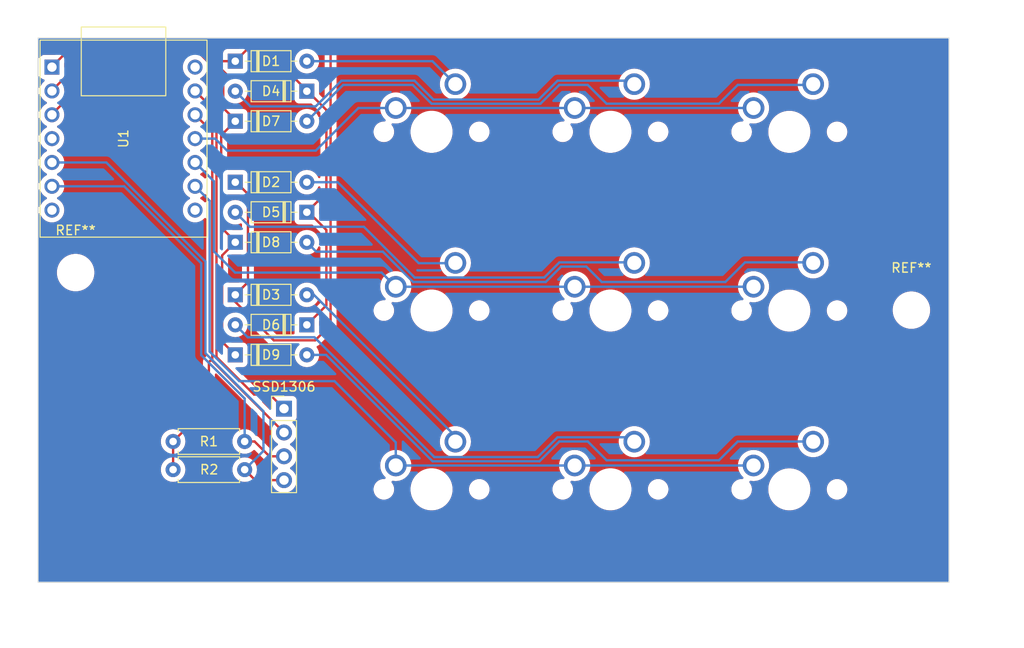
<source format=kicad_pcb>
(kicad_pcb (version 20240108) (generator "pcbnew") (generator_version "8.0")
  (layers (0 "F.Cu" signal) (31 "B.Cu" signal) (34 "B.Paste" user) (35 "F.Paste" user) (36 "B.SilkS" user "B.Silkscreen") (37 "F.SilkS" user "F.Silkscreen") (38 "B.Mask" user) (39 "F.Mask" user) (44 "Edge.Cuts" user))
  (net 0 "")
  (net 1 "column 0")
  (net 2 "Net-(D1-A)")
  (net 3 "Net-(D2-A)")
  (net 4 "Net-(D3-A)")
  (net 5 "column 1")
  (net 6 "Net-(D4-A)")
  (net 7 "Net-(D5-A)")
  (net 8 "Net-(D6-A)")
  (net 9 "column 2")
  (net 10 "Net-(D7-A)")
  (net 11 "Net-(D8-A)")
  (net 12 "Net-(SSD1306-Pin_3)")
  (net 13 "Net-(SSD1306-Pin_2)")
  (net 14 "Net-(SSD1306-Pin_4)")
  (net 15 "GND")
  (net 16 "Net-(U1-PA5_A9_D9_MISO)")
  (net 17 "Net-(U1-PA7_A8_D8_SCK)")
  (net 18 "Net-(U1-PA6_A10_D10_MOSI)")
  (net 23 "Net-(D9-A)")
  (footprint "MX_Solderable:MX-Solderable-1U" (layer "F.Cu") (at 76.95 63.1)
    (property "Reference" "SW6")
    (property "Value" "SW_Push")
    (pad "" np_thru_hole circle (at -5.08 0 48.099) (size 1.7018 1.7018) (drill 1.7018) (layers "F&B.Cu" "*.Mask"))
    (pad "" np_thru_hole circle (at 0 0) (size 3.9878 3.9878) (drill 3.9878) (layers "*.Cu" "*.Mask"))
    (pad "" np_thru_hole circle (at 5.08 0 48.099) (size 1.7018 1.7018) (drill 1.7018) (layers "F&B.Cu" "*.Mask"))
    (pad "1" thru_hole circle (at -3.81 -2.54) (size 2.3 2.3) (drill 1.524) (layers "*.Cu" "B.Mask") (net 17 "Net-(U1-PA7_A8_D8_SCK)"))
    (pad "2" thru_hole circle (at 2.54 -5.08) (size 2.3 2.3) (drill 1.524) (layers "*.Cu" "B.Mask") (net 8 "Net-(D6-A)"))
  )
  (footprint "Diode_THT:D_DO-35_SOD27_P7.62mm_Horizontal" (layer "F.Cu") (at 37 42.37)
    (property "Reference" "D3" (at 3.81 0 0) (layer "F.SilkS"))
    (property "Value" "1N4148")
    (fp_line (start 1.04 0) (end 1.69 0) (stroke (width 0.12)) (layer "F.SilkS"))
    (fp_line (start 1.69 -1.12) (end 1.69 1.12) (stroke (width 0.12)) (layer "F.SilkS"))
    (fp_line (start 1.69 1.12) (end 5.93 1.12) (stroke (width 0.12)) (layer "F.SilkS"))
    (fp_line (start 2.29 -1.12) (end 2.29 1.12) (stroke (width 0.12)) (layer "F.SilkS"))
    (fp_line (start 2.41 -1.12) (end 2.41 1.12) (stroke (width 0.12)) (layer "F.SilkS"))
    (fp_line (start 2.53 -1.12) (end 2.53 1.12) (stroke (width 0.12)) (layer "F.SilkS"))
    (fp_line (start 5.93 -1.12) (end 1.69 -1.12) (stroke (width 0.12)) (layer "F.SilkS"))
    (fp_line (start 5.93 1.12) (end 5.93 -1.12) (stroke (width 0.12)) (layer "F.SilkS"))
    (fp_line (start 6.58 0) (end 5.93 0) (stroke (width 0.12)) (layer "F.SilkS"))
    (pad "1" thru_hole rect (at 0 0) (size 1.6 1.6) (drill 0.8) (layers "*.Cu" "*.Mask") (net 1 "column 0"))
    (pad "2" thru_hole oval (at 7.62 0) (size 1.6 1.6) (drill 0.8) (layers "*.Cu" "*.Mask") (net 4 "Net-(D3-A)"))
  )
  (footprint "MX_Solderable:MX-Solderable-1U" (layer "F.Cu") (at 57.9 25)
    (property "Reference" "SW1")
    (property "Value" "SW_Push")
    (pad "" np_thru_hole circle (at -5.08 0 48.099) (size 1.7018 1.7018) (drill 1.7018) (layers "F&B.Cu" "*.Mask"))
    (pad "" np_thru_hole circle (at 0 0) (size 3.9878 3.9878) (drill 3.9878) (layers "*.Cu" "*.Mask"))
    (pad "" np_thru_hole circle (at 5.08 0 48.099) (size 1.7018 1.7018) (drill 1.7018) (layers "F&B.Cu" "*.Mask"))
    (pad "1" thru_hole circle (at -3.81 -2.54) (size 2.3 2.3) (drill 1.524) (layers "*.Cu" "B.Mask") (net 18 "Net-(U1-PA6_A10_D10_MOSI)"))
    (pad "2" thru_hole circle (at 2.54 -5.08) (size 2.3 2.3) (drill 1.524) (layers "*.Cu" "B.Mask") (net 2 "Net-(D1-A)"))
  )
  (footprint "Diode_THT:D_DO-35_SOD27_P7.62mm_Horizontal" (layer "F.Cu") (at 37 30.37)
    (property "Reference" "D2" (at 3.81 0 0) (layer "F.SilkS"))
    (property "Value" "1N4148")
    (fp_line (start 1.04 0) (end 1.69 0) (stroke (width 0.12)) (layer "F.SilkS"))
    (fp_line (start 1.69 -1.12) (end 1.69 1.12) (stroke (width 0.12)) (layer "F.SilkS"))
    (fp_line (start 1.69 1.12) (end 5.93 1.12) (stroke (width 0.12)) (layer "F.SilkS"))
    (fp_line (start 2.29 -1.12) (end 2.29 1.12) (stroke (width 0.12)) (layer "F.SilkS"))
    (fp_line (start 2.41 -1.12) (end 2.41 1.12) (stroke (width 0.12)) (layer "F.SilkS"))
    (fp_line (start 2.53 -1.12) (end 2.53 1.12) (stroke (width 0.12)) (layer "F.SilkS"))
    (fp_line (start 5.93 -1.12) (end 1.69 -1.12) (stroke (width 0.12)) (layer "F.SilkS"))
    (fp_line (start 5.93 1.12) (end 5.93 -1.12) (stroke (width 0.12)) (layer "F.SilkS"))
    (fp_line (start 6.58 0) (end 5.93 0) (stroke (width 0.12)) (layer "F.SilkS"))
    (pad "1" thru_hole rect (at 0 0) (size 1.6 1.6) (drill 0.8) (layers "*.Cu" "*.Mask") (net 1 "column 0"))
    (pad "2" thru_hole oval (at 7.62 0) (size 1.6 1.6) (drill 0.8) (layers "*.Cu" "*.Mask") (net 3 "Net-(D2-A)"))
  )
  (footprint "Diode_THT:D_DO-35_SOD27_P7.62mm_Horizontal" (layer "F.Cu") (at 44.62 20.67 180)
    (property "Reference" "D4" (at 3.81 0 0) (layer "F.SilkS"))
    (property "Value" "1N4148")
    (fp_line (start 6.58 0) (end 5.93 0) (stroke (width 0.12)) (layer "F.SilkS"))
    (fp_line (start 5.93 1.12) (end 5.93 -1.12) (stroke (width 0.12)) (layer "F.SilkS"))
    (fp_line (start 5.93 -1.12) (end 1.69 -1.12) (stroke (width 0.12)) (layer "F.SilkS"))
    (fp_line (start 2.53 -1.12) (end 2.53 1.12) (stroke (width 0.12)) (layer "F.SilkS"))
    (fp_line (start 2.41 -1.12) (end 2.41 1.12) (stroke (width 0.12)) (layer "F.SilkS"))
    (fp_line (start 2.29 -1.12) (end 2.29 1.12) (stroke (width 0.12)) (layer "F.SilkS"))
    (fp_line (start 1.69 1.12) (end 5.93 1.12) (stroke (width 0.12)) (layer "F.SilkS"))
    (fp_line (start 1.69 -1.12) (end 1.69 1.12) (stroke (width 0.12)) (layer "F.SilkS"))
    (fp_line (start 1.04 0) (end 1.69 0) (stroke (width 0.12)) (layer "F.SilkS"))
    (pad "1" thru_hole rect (at 0 0 180) (size 1.6 1.6) (drill 0.8) (layers "*.Cu" "*.Mask") (net 5 "column 1"))
    (pad "2" thru_hole oval (at 7.62 0 180) (size 1.6 1.6) (drill 0.8) (layers "*.Cu" "*.Mask") (net 6 "Net-(D4-A)"))
  )
  (footprint "MX_Solderable:MX-Solderable-1U" (layer "F.Cu") (at 96 25)
    (property "Reference" "SW7")
    (property "Value" "SW_Push")
    (pad "" np_thru_hole circle (at -5.08 0 48.099) (size 1.7018 1.7018) (drill 1.7018) (layers "F&B.Cu" "*.Mask"))
    (pad "" np_thru_hole circle (at 0 0) (size 3.9878 3.9878) (drill 3.9878) (layers "*.Cu" "*.Mask"))
    (pad "" np_thru_hole circle (at 5.08 0 48.099) (size 1.7018 1.7018) (drill 1.7018) (layers "F&B.Cu" "*.Mask"))
    (pad "1" thru_hole circle (at -3.81 -2.54) (size 2.3 2.3) (drill 1.524) (layers "*.Cu" "B.Mask") (net 18 "Net-(U1-PA6_A10_D10_MOSI)"))
    (pad "2" thru_hole circle (at 2.54 -5.08) (size 2.3 2.3) (drill 1.524) (layers "*.Cu" "B.Mask") (net 10 "Net-(D7-A)"))
  )
  (footprint "Diode_THT:D_DO-35_SOD27_P7.62mm_Horizontal" (layer "F.Cu") (at 44.62 45.57 180)
    (property "Reference" "D6" (at 3.81 0 0) (layer "F.SilkS"))
    (property "Value" "1N4148")
    (fp_line (start 6.58 0) (end 5.93 0) (stroke (width 0.12)) (layer "F.SilkS"))
    (fp_line (start 5.93 1.12) (end 5.93 -1.12) (stroke (width 0.12)) (layer "F.SilkS"))
    (fp_line (start 5.93 -1.12) (end 1.69 -1.12) (stroke (width 0.12)) (layer "F.SilkS"))
    (fp_line (start 2.53 -1.12) (end 2.53 1.12) (stroke (width 0.12)) (layer "F.SilkS"))
    (fp_line (start 2.41 -1.12) (end 2.41 1.12) (stroke (width 0.12)) (layer "F.SilkS"))
    (fp_line (start 2.29 -1.12) (end 2.29 1.12) (stroke (width 0.12)) (layer "F.SilkS"))
    (fp_line (start 1.69 1.12) (end 5.93 1.12) (stroke (width 0.12)) (layer "F.SilkS"))
    (fp_line (start 1.69 -1.12) (end 1.69 1.12) (stroke (width 0.12)) (layer "F.SilkS"))
    (fp_line (start 1.04 0) (end 1.69 0) (stroke (width 0.12)) (layer "F.SilkS"))
    (pad "1" thru_hole rect (at 0 0 180) (size 1.6 1.6) (drill 0.8) (layers "*.Cu" "*.Mask") (net 5 "column 1"))
    (pad "2" thru_hole oval (at 7.62 0 180) (size 1.6 1.6) (drill 0.8) (layers "*.Cu" "*.Mask") (net 8 "Net-(D6-A)"))
  )
  (footprint "MX_Solderable:MX-Solderable-1U" (layer "F.Cu") (at 57.9 44.05)
    (property "Reference" "SW2")
    (property "Value" "SW_Push")
    (pad "" np_thru_hole circle (at -5.08 0 48.099) (size 1.7018 1.7018) (drill 1.7018) (layers "F&B.Cu" "*.Mask"))
    (pad "" np_thru_hole circle (at 0 0) (size 3.9878 3.9878) (drill 3.9878) (layers "*.Cu" "*.Mask"))
    (pad "" np_thru_hole circle (at 5.08 0 48.099) (size 1.7018 1.7018) (drill 1.7018) (layers "F&B.Cu" "*.Mask"))
    (pad "1" thru_hole circle (at -3.81 -2.54) (size 2.3 2.3) (drill 1.524) (layers "*.Cu" "B.Mask") (net 16 "Net-(U1-PA5_A9_D9_MISO)"))
    (pad "2" thru_hole circle (at 2.54 -5.08) (size 2.3 2.3) (drill 1.524) (layers "*.Cu" "B.Mask") (net 3 "Net-(D2-A)"))
  )
  (footprint "MX_Solderable:MX-Solderable-1U" (layer "F.Cu") (at 76.95 44.05)
    (property "Reference" "SW5")
    (property "Value" "SW_Push")
    (pad "" np_thru_hole circle (at -5.08 0 48.099) (size 1.7018 1.7018) (drill 1.7018) (layers "F&B.Cu" "*.Mask"))
    (pad "" np_thru_hole circle (at 0 0) (size 3.9878 3.9878) (drill 3.9878) (layers "*.Cu" "*.Mask"))
    (pad "" np_thru_hole circle (at 5.08 0 48.099) (size 1.7018 1.7018) (drill 1.7018) (layers "F&B.Cu" "*.Mask"))
    (pad "1" thru_hole circle (at -3.81 -2.54) (size 2.3 2.3) (drill 1.524) (layers "*.Cu" "B.Mask") (net 16 "Net-(U1-PA5_A9_D9_MISO)"))
    (pad "2" thru_hole circle (at 2.54 -5.08) (size 2.3 2.3) (drill 1.524) (layers "*.Cu" "B.Mask") (net 7 "Net-(D5-A)"))
  )
  (footprint "MountingHole:MountingHole_3.5mm" (layer "F.Cu") (at 20 40)
    (property "Reference" "REF**" (at 0 -4.5 0) (layer "F.SilkS"))
    (property "Value" "MountingHole_3.5mm")
    (pad "" np_thru_hole circle (at 0 0) (size 3.5 3.5) (drill 3.5) (layers "*.Cu" "*.Mask"))
  )
  (footprint "Diode_THT:D_DO-35_SOD27_P7.62mm_Horizontal" (layer "F.Cu") (at 37 36.77)
    (property "Reference" "D8" (at 3.81 0 0) (layer "F.SilkS"))
    (property "Value" "1N4148")
    (fp_line (start 1.04 0) (end 1.69 0) (stroke (width 0.12)) (layer "F.SilkS"))
    (fp_line (start 1.69 -1.12) (end 1.69 1.12) (stroke (width 0.12)) (layer "F.SilkS"))
    (fp_line (start 1.69 1.12) (end 5.93 1.12) (stroke (width 0.12)) (layer "F.SilkS"))
    (fp_line (start 2.29 -1.12) (end 2.29 1.12) (stroke (width 0.12)) (layer "F.SilkS"))
    (fp_line (start 2.41 -1.12) (end 2.41 1.12) (stroke (width 0.12)) (layer "F.SilkS"))
    (fp_line (start 2.53 -1.12) (end 2.53 1.12) (stroke (width 0.12)) (layer "F.SilkS"))
    (fp_line (start 5.93 -1.12) (end 1.69 -1.12) (stroke (width 0.12)) (layer "F.SilkS"))
    (fp_line (start 5.93 1.12) (end 5.93 -1.12) (stroke (width 0.12)) (layer "F.SilkS"))
    (fp_line (start 6.58 0) (end 5.93 0) (stroke (width 0.12)) (layer "F.SilkS"))
    (pad "1" thru_hole rect (at 0 0) (size 1.6 1.6) (drill 0.8) (layers "*.Cu" "*.Mask") (net 9 "column 2"))
    (pad "2" thru_hole oval (at 7.62 0) (size 1.6 1.6) (drill 0.8) (layers "*.Cu" "*.Mask") (net 11 "Net-(D8-A)"))
  )
  (footprint "Resistor_THT:R_Axial_DIN0207_L6.3mm_D2.5mm_P7.62mm_Horizontal" (layer "F.Cu") (at 38 58 180)
    (property "Reference" "R1" (at 3.81 0 0) (layer "F.SilkS"))
    (property "Value" "4.7 kΩ")
    (fp_line (start 7.08 1.37) (end 7.08 1.04) (stroke (width 0.12)) (layer "F.SilkS"))
    (fp_line (start 7.08 -1.37) (end 7.08 -1.04) (stroke (width 0.12)) (layer "F.SilkS"))
    (fp_line (start 0.54 1.37) (end 7.08 1.37) (stroke (width 0.12)) (layer "F.SilkS"))
    (fp_line (start 0.54 1.04) (end 0.54 1.37) (stroke (width 0.12)) (layer "F.SilkS"))
    (fp_line (start 0.54 -1.04) (end 0.54 -1.37) (stroke (width 0.12)) (layer "F.SilkS"))
    (fp_line (start 0.54 -1.37) (end 7.08 -1.37) (stroke (width 0.12)) (layer "F.SilkS"))
    (pad "1" thru_hole circle (at 0 0 180) (size 1.6 1.6) (drill 0.8) (layers "*.Cu" "*.Mask") (net 12 "Net-(SSD1306-Pin_3)"))
    (pad "2" thru_hole oval (at 7.62 0 180) (size 1.6 1.6) (drill 0.8) (layers "*.Cu" "*.Mask") (net 13 "Net-(SSD1306-Pin_2)"))
  )
  (footprint "MX_Solderable:MX-Solderable-1U" (layer "F.Cu") (at 96 44.05)
    (property "Reference" "SW8")
    (property "Value" "SW_Push")
    (pad "" np_thru_hole circle (at -5.08 0 48.099) (size 1.7018 1.7018) (drill 1.7018) (layers "F&B.Cu" "*.Mask"))
    (pad "" np_thru_hole circle (at 0 0) (size 3.9878 3.9878) (drill 3.9878) (layers "F&B.Cu" "*.Mask"))
    (pad "" np_thru_hole circle (at 5.08 0 48.099) (size 1.7018 1.7018) (drill 1.7018) (layers "F&B.Cu" "*.Mask"))
    (pad "1" thru_hole circle (at -3.81 -2.54) (size 2.3 2.3) (drill 1.524) (layers "*.Cu" "B.Mask") (net 16 "Net-(U1-PA5_A9_D9_MISO)"))
    (pad "2" thru_hole circle (at 2.54 -5.08) (size 2.3 2.3) (drill 1.524) (layers "*.Cu" "B.Mask") (net 11 "Net-(D8-A)"))
  )
  (footprint "Connector_PinHeader_2.54mm:PinHeader_1x04_P2.54mm_Vertical" (layer "F.Cu") (at 42.19 54.5)
    (property "Reference" "SSD1306" (at 0 -2.33 0) (layer "F.SilkS"))
    (property "Value" "Conn_01x04")
    (fp_line (start -1.33 -1.33) (end 0 -1.33) (stroke (width 0.12)) (layer "F.SilkS"))
    (fp_line (start -1.33 0) (end -1.33 -1.33) (stroke (width 0.12)) (layer "F.SilkS"))
    (fp_line (start -1.33 1.27) (end -1.33 8.95) (stroke (width 0.12)) (layer "F.SilkS"))
    (fp_line (start -1.33 1.27) (end 1.33 1.27) (stroke (width 0.12)) (layer "F.SilkS"))
    (fp_line (start -1.33 8.95) (end 1.33 8.95) (stroke (width 0.12)) (layer "F.SilkS"))
    (fp_line (start 1.33 1.27) (end 1.33 8.95) (stroke (width 0.12)) (layer "F.SilkS"))
    (pad "1" thru_hole rect (at 0 0) (size 1.7 1.7) (drill 1) (layers "*.Cu" "*.Mask") (net 15 "GND"))
    (pad "2" thru_hole oval (at 0 2.54) (size 1.7 1.7) (drill 1) (layers "*.Cu" "*.Mask") (net 13 "Net-(SSD1306-Pin_2)"))
    (pad "3" thru_hole oval (at 0 5.08) (size 1.7 1.7) (drill 1) (layers "*.Cu" "*.Mask") (net 12 "Net-(SSD1306-Pin_3)"))
    (pad "4" thru_hole oval (at 0 7.62) (size 1.7 1.7) (drill 1) (layers "*.Cu" "*.Mask") (net 14 "Net-(SSD1306-Pin_4)"))
  )
  (footprint "MX_Solderable:MX-Solderable-1U" (layer "F.Cu") (at 96 63.1)
    (property "Reference" "SW9")
    (property "Value" "SW_Push")
    (pad "" np_thru_hole circle (at -5.08 0 48.099) (size 1.7018 1.7018) (drill 1.7018) (layers "F&B.Cu" "*.Mask"))
    (pad "" np_thru_hole circle (at 0 0) (size 3.9878 3.9878) (drill 3.9878) (layers "*.Cu" "*.Mask"))
    (pad "" np_thru_hole circle (at 5.08 0 48.099) (size 1.7018 1.7018) (drill 1.7018) (layers "F&B.Cu" "*.Mask"))
    (pad "1" thru_hole circle (at -3.81 -2.54) (size 2.3 2.3) (drill 1.524) (layers "*.Cu" "B.Mask") (net 17 "Net-(U1-PA7_A8_D8_SCK)"))
    (pad "2" thru_hole circle (at 2.54 -5.08) (size 2.3 2.3) (drill 1.524) (layers "*.Cu" "B.Mask") (net 23 "Net-(D9-A)"))
  )
  (footprint "MX_Solderable:MX-Solderable-1U" (layer "F.Cu") (at 76.95 25)
    (property "Reference" "SW4")
    (property "Value" "SW_Push")
    (pad "" np_thru_hole circle (at -5.08 0 48.099) (size 1.7018 1.7018) (drill 1.7018) (layers "F&B.Cu" "*.Mask"))
    (pad "" np_thru_hole circle (at 0 0) (size 3.9878 3.9878) (drill 3.9878) (layers "*.Cu" "*.Mask"))
    (pad "" np_thru_hole circle (at 5.08 0 48.099) (size 1.7018 1.7018) (drill 1.7018) (layers "F&B.Cu" "*.Mask"))
    (pad "1" thru_hole circle (at -3.81 -2.54) (size 2.3 2.3) (drill 1.524) (layers "*.Cu" "B.Mask") (net 18 "Net-(U1-PA6_A10_D10_MOSI)"))
    (pad "2" thru_hole circle (at 2.54 -5.08) (size 2.3 2.3) (drill 1.524) (layers "*.Cu" "B.Mask") (net 6 "Net-(D4-A)"))
  )
  (footprint "Diode_THT:D_DO-35_SOD27_P7.62mm_Horizontal" (layer "F.Cu") (at 37 48.77)
    (property "Reference" "D9" (at 3.81 0 0) (layer "F.SilkS"))
    (property "Value" "1N4148")
    (fp_line (start 1.04 0) (end 1.69 0) (stroke (width 0.12)) (layer "F.SilkS"))
    (fp_line (start 1.69 -1.12) (end 1.69 1.12) (stroke (width 0.12)) (layer "F.SilkS"))
    (fp_line (start 1.69 1.12) (end 5.93 1.12) (stroke (width 0.12)) (layer "F.SilkS"))
    (fp_line (start 2.29 -1.12) (end 2.29 1.12) (stroke (width 0.12)) (layer "F.SilkS"))
    (fp_line (start 2.41 -1.12) (end 2.41 1.12) (stroke (width 0.12)) (layer "F.SilkS"))
    (fp_line (start 2.53 -1.12) (end 2.53 1.12) (stroke (width 0.12)) (layer "F.SilkS"))
    (fp_line (start 5.93 -1.12) (end 1.69 -1.12) (stroke (width 0.12)) (layer "F.SilkS"))
    (fp_line (start 5.93 1.12) (end 5.93 -1.12) (stroke (width 0.12)) (layer "F.SilkS"))
    (fp_line (start 6.58 0) (end 5.93 0) (stroke (width 0.12)) (layer "F.SilkS"))
    (pad "1" thru_hole rect (at 0 0) (size 1.6 1.6) (drill 0.8) (layers "*.Cu" "*.Mask") (net 9 "column 2"))
    (pad "2" thru_hole oval (at 7.62 0) (size 1.6 1.6) (drill 0.8) (layers "*.Cu" "*.Mask") (net 23 "Net-(D9-A)"))
  )
  (footprint "Resistor_THT:R_Axial_DIN0207_L6.3mm_D2.5mm_P7.62mm_Horizontal" (layer "F.Cu") (at 38 61 180)
    (property "Reference" "R2" (at 3.78 0 0) (layer "F.SilkS"))
    (property "Value" "4.7 kΩ")
    (fp_line (start 7.08 1.37) (end 7.08 1.04) (stroke (width 0.12)) (layer "F.SilkS"))
    (fp_line (start 7.08 -1.37) (end 7.08 -1.04) (stroke (width 0.12)) (layer "F.SilkS"))
    (fp_line (start 0.54 1.37) (end 7.08 1.37) (stroke (width 0.12)) (layer "F.SilkS"))
    (fp_line (start 0.54 1.04) (end 0.54 1.37) (stroke (width 0.12)) (layer "F.SilkS"))
    (fp_line (start 0.54 -1.04) (end 0.54 -1.37) (stroke (width 0.12)) (layer "F.SilkS"))
    (fp_line (start 0.54 -1.37) (end 7.08 -1.37) (stroke (width 0.12)) (layer "F.SilkS"))
    (pad "1" thru_hole circle (at 0 0 180) (size 1.6 1.6) (drill 0.8) (layers "*.Cu" "*.Mask") (net 14 "Net-(SSD1306-Pin_4)"))
    (pad "2" thru_hole oval (at 7.62 0 180) (size 1.6 1.6) (drill 0.8) (layers "*.Cu" "*.Mask") (net 13 "Net-(SSD1306-Pin_2)"))
  )
  (footprint "MountingHole:MountingHole_3.5mm" (layer "F.Cu") (at 109 44)
    (property "Reference" "REF**" (at 0 -4.5 0) (layer "F.SilkS"))
    (property "Value" "MountingHole_3.5mm")
    (pad "" np_thru_hole circle (at 0 0) (size 3.5 3.5) (drill 3.5) (layers "*.Cu" "*.Mask"))
  )
  (footprint "Diode_THT:D_DO-35_SOD27_P7.62mm_Horizontal" (layer "F.Cu") (at 37 23.87)
    (property "Reference" "D7" (at 3.81 0 0) (layer "F.SilkS"))
    (property "Value" "1N4148")
    (fp_line (start 1.04 0) (end 1.69 0) (stroke (width 0.12)) (layer "F.SilkS"))
    (fp_line (start 1.69 -1.12) (end 1.69 1.12) (stroke (width 0.12)) (layer "F.SilkS"))
    (fp_line (start 1.69 1.12) (end 5.93 1.12) (stroke (width 0.12)) (layer "F.SilkS"))
    (fp_line (start 2.29 -1.12) (end 2.29 1.12) (stroke (width 0.12)) (layer "F.SilkS"))
    (fp_line (start 2.41 -1.12) (end 2.41 1.12) (stroke (width 0.12)) (layer "F.SilkS"))
    (fp_line (start 2.53 -1.12) (end 2.53 1.12) (stroke (width 0.12)) (layer "F.SilkS"))
    (fp_line (start 5.93 -1.12) (end 1.69 -1.12) (stroke (width 0.12)) (layer "F.SilkS"))
    (fp_line (start 5.93 1.12) (end 5.93 -1.12) (stroke (width 0.12)) (layer "F.SilkS"))
    (fp_line (start 6.58 0) (end 5.93 0) (stroke (width 0.12)) (layer "F.SilkS"))
    (pad "1" thru_hole rect (at 0 0) (size 1.6 1.6) (drill 0.8) (layers "*.Cu" "*.Mask") (net 9 "column 2"))
    (pad "2" thru_hole oval (at 7.62 0) (size 1.6 1.6) (drill 0.8) (layers "*.Cu" "*.Mask") (net 10 "Net-(D7-A)"))
  )
  (footprint "XIAO_PCB:MOUDLE14P-2.54-21X17.8MM" (layer "F.Cu") (at 25.1 25.725 90)
    (property "Reference" "U1" (at 0 0 90) (layer "F.SilkS"))
    (property "Value" "MOUDLE-SEEEDUINO-XIAO")
    (fp_rect (start -10.5 -8.89) (end 10.5 8.89) (stroke (width 0.12)) (fill none) (layer "F.SilkS"))
    (fp_rect (start 4.57 -4.5) (end 11.9 4.5) (stroke (width 0.12)) (fill none) (layer "F.SilkS"))
    (pad "1" thru_hole rect (at 7.62 -7.62 90) (size 1.6 1.6) (drill 1) (layers "*.Cu" "*.Mask") (net 1 "column 0"))
    (pad "2" thru_hole circle (at 5.08 -7.62 90) (size 1.6 1.6) (drill 1) (layers "*.Cu" "*.Mask") (net 5 "column 1"))
    (pad "3" thru_hole circle (at 2.54 -7.62 90) (size 1.6 1.6) (drill 1) (layers "*.Cu" "*.Mask") (net 9 "column 2"))
    (pad "4" thru_hole circle (at 0 -7.62 90) (size 1.6 1.6) (drill 1) (layers "*.Cu" "*.Mask"))
    (pad "5" thru_hole circle (at -2.54 -7.62 90) (size 1.6 1.6) (drill 1) (layers "*.Cu" "*.Mask") (net 14 "Net-(SSD1306-Pin_4)"))
    (pad "6" thru_hole circle (at -5.08 -7.62 90) (size 1.6 1.6) (drill 1) (layers "*.Cu" "*.Mask") (net 12 "Net-(SSD1306-Pin_3)"))
    (pad "7" thru_hole circle (at -7.62 -7.62 90) (size 1.6 1.6) (drill 1) (layers "*.Cu" "*.Mask"))
    (pad "8" thru_hole circle (at -7.62 7.62 90) (size 1.6 1.6) (drill 1) (layers "*.Cu" "*.Mask"))
    (pad "9" thru_hole circle (at -5.08 7.62 90) (size 1.6 1.6) (drill 1) (layers "*.Cu" "*.Mask") (net 17 "Net-(U1-PA7_A8_D8_SCK)"))
    (pad "10" thru_hole circle (at -2.54 7.62 90) (size 1.6 1.6) (drill 1) (layers "*.Cu" "*.Mask") (net 16 "Net-(U1-PA5_A9_D9_MISO)"))
    (pad "11" thru_hole circle (at 0 7.62 90) (size 1.6 1.6) (drill 1) (layers "*.Cu" "*.Mask") (net 18 "Net-(U1-PA6_A10_D10_MOSI)"))
    (pad "12" thru_hole circle (at 2.54 7.62 90) (size 1.6 1.6) (drill 1) (layers "*.Cu" "*.Mask") (net 13 "Net-(SSD1306-Pin_2)"))
    (pad "13" thru_hole circle (at 5.08 7.62 90) (size 1.6 1.6) (drill 1) (layers "*.Cu" "*.Mask") (net 15 "GND"))
    (pad "14" thru_hole circle (at 7.62 7.62 90) (size 1.6 1.6) (drill 1) (layers "*.Cu" "*.Mask"))
  )
  (footprint "Diode_THT:D_DO-35_SOD27_P7.62mm_Horizontal" (layer "F.Cu") (at 44.62 33.57 180)
    (property "Reference" "D5" (at 3.81 0 0) (layer "F.SilkS"))
    (property "Value" "1N4148")
    (fp_line (start 6.58 0) (end 5.93 0) (stroke (width 0.12)) (layer "F.SilkS"))
    (fp_line (start 5.93 1.12) (end 5.93 -1.12) (stroke (width 0.12)) (layer "F.SilkS"))
    (fp_line (start 5.93 -1.12) (end 1.69 -1.12) (stroke (width 0.12)) (layer "F.SilkS"))
    (fp_line (start 2.53 -1.12) (end 2.53 1.12) (stroke (width 0.12)) (layer "F.SilkS"))
    (fp_line (start 2.41 -1.12) (end 2.41 1.12) (stroke (width 0.12)) (layer "F.SilkS"))
    (fp_line (start 2.29 -1.12) (end 2.29 1.12) (stroke (width 0.12)) (layer "F.SilkS"))
    (fp_line (start 1.69 1.12) (end 5.93 1.12) (stroke (width 0.12)) (layer "F.SilkS"))
    (fp_line (start 1.69 -1.12) (end 1.69 1.12) (stroke (width 0.12)) (layer "F.SilkS"))
    (fp_line (start 1.04 0) (end 1.69 0) (stroke (width 0.12)) (layer "F.SilkS"))
    (pad "1" thru_hole rect (at 0 0 180) (size 1.6 1.6) (drill 0.8) (layers "*.Cu" "*.Mask") (net 5 "column 1"))
    (pad "2" thru_hole oval (at 7.62 0 180) (size 1.6 1.6) (drill 0.8) (layers "*.Cu" "*.Mask") (net 7 "Net-(D5-A)"))
  )
  (footprint "Diode_THT:D_DO-35_SOD27_P7.62mm_Horizontal" (layer "F.Cu") (at 37 17.47)
    (property "Reference" "D1" (at 3.81 0 0) (layer "F.SilkS"))
    (property "Value" "1N4148")
    (fp_line (start 1.04 0) (end 1.69 0) (stroke (width 0.12)) (layer "F.SilkS"))
    (fp_line (start 1.69 -1.12) (end 1.69 1.12) (stroke (width 0.12)) (layer "F.SilkS"))
    (fp_line (start 1.69 1.12) (end 5.93 1.12) (stroke (width 0.12)) (layer "F.SilkS"))
    (fp_line (start 2.29 -1.12) (end 2.29 1.12) (stroke (width 0.12)) (layer "F.SilkS"))
    (fp_line (start 2.41 -1.12) (end 2.41 1.12) (stroke (width 0.12)) (layer "F.SilkS"))
    (fp_line (start 2.53 -1.12) (end 2.53 1.12) (stroke (width 0.12)) (layer "F.SilkS"))
    (fp_line (start 5.93 -1.12) (end 1.69 -1.12) (stroke (width 0.12)) (layer "F.SilkS"))
    (fp_line (start 5.93 1.12) (end 5.93 -1.12) (stroke (width 0.12)) (layer "F.SilkS"))
    (fp_line (start 6.58 0) (end 5.93 0) (stroke (width 0.12)) (layer "F.SilkS"))
    (pad "1" thru_hole rect (at 0 0) (size 1.6 1.6) (drill 0.8) (layers "*.Cu" "*.Mask") (net 1 "column 0"))
    (pad "2" thru_hole oval (at 7.62 0) (size 1.6 1.6) (drill 0.8) (layers "*.Cu" "*.Mask") (net 2 "Net-(D1-A)"))
  )
  (footprint "MX_Solderable:MX-Solderable-1U" (layer "F.Cu") (at 57.9 63.1)
    (property "Reference" "SW3")
    (property "Value" "SW_Push")
    (pad "" np_thru_hole circle (at -5.08 0 48.099) (size 1.7018 1.7018) (drill 1.7018) (layers "F&B.Cu" "*.Mask"))
    (pad "" np_thru_hole circle (at 0 0) (size 3.9878 3.9878) (drill 3.9878) (layers "*.Cu" "*.Mask"))
    (pad "" np_thru_hole circle (at 5.08 0 48.099) (size 1.7018 1.7018) (drill 1.7018) (layers "F&B.Cu" "*.Mask"))
    (pad "1" thru_hole circle (at -3.81 -2.54) (size 2.3 2.3) (drill 1.524) (layers "*.Cu" "B.Mask") (net 17 "Net-(U1-PA7_A8_D8_SCK)"))
    (pad "2" thru_hole circle (at 2.54 -5.08) (size 2.3 2.3) (drill 1.524) (layers "*.Cu" "B.Mask") (net 4 "Net-(D3-A)"))
  )
  (gr_rect (start 16 15) (end 113 73) (stroke (width 0.1)) (fill none) (layer "Edge.Cuts"))
  (segment (start 35.297792 17.47) (end 33.502792 15.675) (width 0.25) (layer "F.Cu") (net 1))
  (segment (start 38.35 41.02) (end 37 42.37) (width 0.25) (layer "F.Cu") (net 1))
  (segment (start 38.875 15.595) (end 37 17.47) (width 0.25) (layer "F.Cu") (net 1))
  (segment (start 38.35 31.63) (end 38.35 41.02) (width 0.25) (layer "F.Cu") (net 1))
  (segment (start 33.502792 15.675) (end 19.86 15.675) (width 0.25) (layer "F.Cu") (net 1))
  (segment (start 19.86 15.675) (end 17.48 18.055) (width 0.25) (layer "F.Cu") (net 1))
  (segment (start 37 42.37) (end 37 43.12) (width 0.25) (layer "F.Cu") (net 1))
  (segment (start 46.225 15.595) (end 38.875 15.595) (width 0.25) (layer "F.Cu") (net 1))
  (segment (start 41.1 47.22) (end 45.51 47.22) (width 0.25) (layer "F.Cu") (net 1))
  (segment (start 45.51 47.22) (end 47.15 45.58) (width 0.25) (layer "F.Cu") (net 1))
  (segment (start 37.09 30.37) (end 38.35 31.63) (width 0.25) (layer "F.Cu") (net 1))
  (segment (start 37 17.47) (end 35.297792 17.47) (width 0.25) (layer "F.Cu") (net 1))
  (segment (start 47.15 45.58) (end 47.15 16.52) (width 0.25) (layer "F.Cu") (net 1))
  (segment (start 37 43.12) (end 41.1 47.22) (width 0.25) (layer "F.Cu") (net 1))
  (segment (start 47.15 16.52) (end 46.225 15.595) (width 0.25) (layer "F.Cu") (net 1))
  (segment (start 57.99 17.47) (end 44.62 17.47) (width 0.25) (layer "B.Cu") (net 2))
  (segment (start 60.44 19.92) (end 57.99 17.47) (width 0.25) (layer "B.Cu") (net 2))
  (segment (start 47.905 30.37) (end 44.62 30.37) (width 0.25) (layer "B.Cu") (net 3))
  (segment (start 56.535 39) (end 47.905 30.37) (width 0.25) (layer "B.Cu") (net 3))
  (segment (start 60.41 39) (end 56.535 39) (width 0.25) (layer "B.Cu") (net 3))
  (segment (start 60.44 57.44) (end 45.37 42.37) (width 0.25) (layer "B.Cu") (net 4))
  (segment (start 45.37 42.37) (end 44.62 42.37) (width 0.25) (layer "B.Cu") (net 4))
  (segment (start 46.7 43.49) (end 46.7 35.46) (width 0.25) (layer "F.Cu") (net 5))
  (segment (start 21.95 16.125) (end 17.4 20.675) (width 0.25) (layer "F.Cu") (net 5))
  (segment (start 46.7 31.48) (end 46.7 22.67) (width 0.25) (layer "F.Cu") (net 5))
  (segment (start 46.7 22.67) (end 43.1 19.07) (width 0.25) (layer "F.Cu") (net 5))
  (segment (start 44.71 33.47) (end 46.7 31.48) (width 0.25) (layer "F.Cu") (net 5))
  (segment (start 43.1 19.07) (end 36.261396 19.07) (width 0.25) (layer "F.Cu") (net 5))
  (segment (start 33.316396 16.125) (end 21.95 16.125) (width 0.25) (layer "F.Cu") (net 5))
  (segment (start 44.71 45.48) (end 46.7 43.49) (width 0.25) (layer "F.Cu") (net 5))
  (segment (start 46.7 35.46) (end 44.71 33.47) (width 0.25) (layer "F.Cu") (net 5))
  (segment (start 33.316396 16.125) (end 36.261396 19.07) (width 0.25) (layer "F.Cu") (net 5))
  (segment (start 69.308604 21.56) (end 71.318604 19.55) (width 0.25) (layer "B.Cu") (net 6))
  (segment (start 37 20.67) (end 38.617749 22.287749) (width 0.25) (layer "B.Cu") (net 6))
  (segment (start 48.303604 19.55) (end 56.085 19.55) (width 0.25) (layer "B.Cu") (net 6))
  (segment (start 45.565855 22.287749) (end 48.303604 19.55) (width 0.25) (layer "B.Cu") (net 6))
  (segment (start 56.085 19.55) (end 58.095 21.56) (width 0.25) (layer "B.Cu") (net 6))
  (segment (start 71.318604 19.55) (end 79.12 19.55) (width 0.25) (layer "B.Cu") (net 6))
  (segment (start 38.617749 22.287749) (end 45.565855 22.287749) (width 0.25) (layer "B.Cu") (net 6))
  (segment (start 58.095 21.56) (end 69.308604 21.56) (width 0.25) (layer "B.Cu") (net 6))
  (segment (start 38.55 35.12) (end 37.09 33.66) (width 0.25) (layer "B.Cu") (net 7))
  (segment (start 56.102582 40.527582) (end 50.695 35.12) (width 0.25) (layer "B.Cu") (net 7))
  (segment (start 69.897418 40.527582) (end 56.102582 40.527582) (width 0.25) (layer "B.Cu") (net 7))
  (segment (start 79.43 38.91) (end 71.515 38.91) (width 0.25) (layer "B.Cu") (net 7))
  (segment (start 71.515 38.91) (end 69.897418 40.527582) (width 0.25) (layer "B.Cu") (net 7))
  (segment (start 50.695 35.12) (end 38.55 35.12) (width 0.25) (layer "B.Cu") (net 7))
  (segment (start 69.208604 59.66) (end 71.318604 57.55) (width 0.25) (layer "B.Cu") (net 8))
  (segment (start 45.43 46.895) (end 58.195 59.66) (width 0.25) (layer "B.Cu") (net 8))
  (segment (start 71.318604 57.55) (end 79.02 57.55) (width 0.25) (layer "B.Cu") (net 8))
  (segment (start 37 45.57) (end 38.325 46.895) (width 0.25) (layer "B.Cu") (net 8))
  (segment (start 38.325 46.895) (end 45.43 46.895) (width 0.25) (layer "B.Cu") (net 8))
  (segment (start 58.195 59.66) (end 69.208604 59.66) (width 0.25) (layer "B.Cu") (net 8))
  (segment (start 35.5 35.19) (end 37.04 36.73) (width 0.25) (layer "F.Cu") (net 9))
  (segment (start 37 23.87) (end 35.5 25.37) (width 0.25) (layer "F.Cu") (net 9))
  (segment (start 33.13 16.575) (end 35.72 19.165) (width 0.25) (layer "F.Cu") (net 9))
  (segment (start 37.04 36.73) (end 35.6 38.17) (width 0.25) (layer "F.Cu") (net 9))
  (segment (start 35.6 47.37) (end 36.95 48.72) (width 0.25) (layer "F.Cu") (net 9))
  (segment (start 17.4 23.205) (end 24.03 16.575) (width 0.25) (layer "F.Cu") (net 9))
  (segment (start 35.72 22.46) (end 37 23.74) (width 0.25) (layer "F.Cu") (net 9))
  (segment (start 24.03 16.575) (end 33.13 16.575) (width 0.25) (layer "F.Cu") (net 9))
  (segment (start 35.72 19.165) (end 35.72 22.46) (width 0.25) (layer "F.Cu") (net 9))
  (segment (start 35.5 25.37) (end 35.5 35.19) (width 0.25) (layer "F.Cu") (net 9))
  (segment (start 35.6 38.17) (end 35.6 47.37) (width 0.25) (layer "F.Cu") (net 9))
  (segment (start 90.505 20) (end 98.46 20) (width 0.25) (layer "B.Cu") (net 10))
  (segment (start 71.505 20) (end 74.535 20) (width 0.25) (layer "B.Cu") (net 10))
  (segment (start 55.898604 20) (end 57.908604 22.01) (width 0.25) (layer "B.Cu") (net 10))
  (segment (start 88.505 22) (end 90.505 20) (width 0.25) (layer "B.Cu") (net 10))
  (segment (start 48.49 20) (end 55.898604 20) (width 0.25) (layer "B.Cu") (net 10))
  (segment (start 69.495 22.01) (end 71.505 20) (width 0.25) (layer "B.Cu") (net 10))
  (segment (start 57.908604 22.01) (end 69.495 22.01) (width 0.25) (layer "B.Cu") (net 10))
  (segment (start 74.535 20) (end 76.535 22) (width 0.25) (layer "B.Cu") (net 10))
  (segment (start 44.62 23.87) (end 48.49 20) (width 0.25) (layer "B.Cu") (net 10))
  (segment (start 76.535 22) (end 88.505 22) (width 0.25) (layer "B.Cu") (net 10))
  (segment (start 55.938604 41) (end 52.713887 37.775283) (width 0.25) (layer "B.Cu") (net 11))
  (segment (start 52.713887 37.775283) (end 45.625283 37.775283) (width 0.25) (layer "B.Cu") (net 11))
  (segment (start 45.625283 37.775283) (end 44.62 36.77) (width 0.25) (layer "B.Cu") (net 11))
  (segment (start 76.023692 41) (end 74.383692 39.36) (width 0.25) (layer "B.Cu") (net 11))
  (segment (start 91.281155 38.91) (end 89.191155 41) (width 0.25) (layer "B.Cu") (net 11))
  (segment (start 71.701396 39.36) (end 70.061396 41) (width 0.25) (layer "B.Cu") (net 11))
  (segment (start 70.061396 41) (end 55.938604 41) (width 0.25) (layer "B.Cu") (net 11))
  (segment (start 98.48 38.91) (end 91.281155 38.91) (width 0.25) (layer "B.Cu") (net 11))
  (segment (start 74.383692 39.36) (end 71.701396 39.36) (width 0.25) (layer "B.Cu") (net 11))
  (segment (start 89.191155 41) (end 76.023692 41) (width 0.25) (layer "B.Cu") (net 11))
  (segment (start 39.055 58) (end 40.635 59.58) (width 0.25) (layer "F.Cu") (net 12))
  (segment (start 38 58) (end 39.055 58) (width 0.25) (layer "F.Cu") (net 12))
  (segment (start 40.635 59.58) (end 42.19 59.58) (width 0.25) (layer "F.Cu") (net 12))
  (segment (start 38 58) (end 38 53.426427) (width 0.25) (layer "B.Cu") (net 12))
  (segment (start 33.37 48.796427) (end 33.37 39.006396) (width 0.25) (layer "B.Cu") (net 12))
  (segment (start 33.37 39.006396) (end 25.168604 30.805) (width 0.25) (layer "B.Cu") (net 12))
  (segment (start 38 53.426427) (end 33.37 48.796427) (width 0.25) (layer "B.Cu") (net 12))
  (segment (start 25.168604 30.805) (end 17.48 30.805) (width 0.25) (layer "B.Cu") (net 12))
  (segment (start 34.55 49.4) (end 42.19 57.04) (width 0.25) (layer "F.Cu") (net 13))
  (segment (start 34.55 25.015) (end 32.72 23.185) (width 0.25) (layer "F.Cu") (net 13))
  (segment (start 34.19 54.19) (end 30.38 58) (width 0.25) (layer "F.Cu") (net 13))
  (segment (start 30.38 61) (end 30.38 58) (width 0.25) (layer "F.Cu") (net 13))
  (segment (start 34.19 49.546396) (end 34.19 54.19) (width 0.25) (layer "F.Cu") (net 13))
  (segment (start 34.55 49.186396) (end 34.55 25.015) (width 0.25) (layer "F.Cu") (net 13))
  (segment (start 34.55 49.186396) (end 34.55 49.4) (width 0.25) (layer "F.Cu") (net 13))
  (segment (start 34.55 49.186396) (end 34.19 49.546396) (width 0.25) (layer "F.Cu") (net 13))
  (segment (start 38 61) (end 39.12 62.12) (width 0.25) (layer "F.Cu") (net 14))
  (segment (start 39.12 62.12) (end 42.19 62.12) (width 0.25) (layer "F.Cu") (net 14))
  (segment (start 33.82 38.82) (end 23.265 28.265) (width 0.25) (layer "B.Cu") (net 14))
  (segment (start 40 54.776396) (end 33.82 48.596396) (width 0.25) (layer "B.Cu") (net 14))
  (segment (start 23.265 28.265) (end 17.48 28.265) (width 0.25) (layer "B.Cu") (net 14))
  (segment (start 40 59) (end 40 54.776396) (width 0.25) (layer "B.Cu") (net 14))
  (segment (start 38 61) (end 40 59) (width 0.25) (layer "B.Cu") (net 14))
  (segment (start 33.82 48.596396) (end 33.82 38.82) (width 0.25) (layer "B.Cu") (net 14))
  (segment (start 39 53) (end 40.69 53) (width 0.25) (layer "F.Cu") (net 15))
  (segment (start 32.72 20.645) (end 35 22.925) (width 0.25) (layer "F.Cu") (net 15))
  (segment (start 35 49) (end 39 53) (width 0.25) (layer "F.Cu") (net 15))
  (segment (start 40.69 53) (end 42.19 54.5) (width 0.25) (layer "F.Cu") (net 15))
  (segment (start 35 22.925) (end 35 49) (width 0.25) (layer "F.Cu") (net 15))
  (segment (start 54.09 41.51) (end 52.58 40) (width 0.25) (layer "B.Cu") (net 16))
  (segment (start 36.98 40) (end 34.72 37.74) (width 0.25) (layer "B.Cu") (net 16))
  (segment (start 34.72 30.265) (end 32.72 28.265) (width 0.25) (layer "B.Cu") (net 16))
  (segment (start 92.19 41.51) (end 73.14 41.51) (width 0.25) (layer "B.Cu") (net 16))
  (segment (start 34.72 37.74) (end 34.72 30.265) (width 0.25) (layer "B.Cu") (net 16))
  (segment (start 73.14 41.51) (end 54.09 41.51) (width 0.25) (layer "B.Cu") (net 16))
  (segment (start 52.58 40) (end 36.98 40) (width 0.25) (layer "B.Cu") (net 16))
  (segment (start 92.19 60.56) (end 73.14 60.56) (width 0.25) (layer "B.Cu") (net 17))
  (segment (start 54.09 60.56) (end 73.14 60.56) (width 0.25) (layer "B.Cu") (net 17))
  (segment (start 54.09 58.09) (end 54.09 60.56) (width 0.25) (layer "B.Cu") (net 17))
  (segment (start 34.27 48.41) (end 37.43 51.57) (width 0.25) (layer "B.Cu") (net 17))
  (segment (start 34.27 32.355) (end 34.27 48.41) (width 0.25) (layer "B.Cu") (net 17))
  (segment (start 37.43 51.57) (end 47.57 51.57) (width 0.25) (layer "B.Cu") (net 17))
  (segment (start 47.57 51.57) (end 54.09 58.09) (width 0.25) (layer "B.Cu") (net 17))
  (segment (start 32.72 30.805) (end 34.27 32.355) (width 0.25) (layer "B.Cu") (net 17))
  (segment (start 34.855 25.725) (end 32.72 25.725) (width 0.25) (layer "B.Cu") (net 18))
  (segment (start 92.19 22.46) (end 73.14 22.46) (width 0.25) (layer "B.Cu") (net 18))
  (segment (start 73.14 22.46) (end 54.09 22.46) (width 0.25) (layer "B.Cu") (net 18))
  (segment (start 36.13 27) (end 34.855 25.725) (width 0.25) (layer "B.Cu") (net 18))
  (segment (start 54.09 22.46) (end 50.115 22.46) (width 0.25) (layer "B.Cu") (net 18))
  (segment (start 45.575 27) (end 36.13 27) (width 0.25) (layer "B.Cu") (net 18))
  (segment (start 50.115 22.46) (end 45.575 27) (width 0.25) (layer "B.Cu") (net 18))
  (segment (start 71.505 58) (end 69.395 60.11) (width 0.25) (layer "B.Cu") (net 23))
  (segment (start 88.505 60) (end 76.537264 60) (width 0.25) (layer "B.Cu") (net 23))
  (segment (start 74.537264 58) (end 71.505 58) (width 0.25) (layer "B.Cu") (net 23))
  (segment (start 98.52 58) (end 90.505 58) (width 0.25) (layer "B.Cu") (net 23))
  (segment (start 90.505 58) (end 88.505 60) (width 0.25) (layer "B.Cu") (net 23))
  (segment (start 46.668604 48.77) (end 44.62 48.77) (width 0.25) (layer "B.Cu") (net 23))
  (segment (start 58.008604 60.11) (end 46.668604 48.77) (width 0.25) (layer "B.Cu") (net 23))
  (segment (start 69.395 60.11) (end 58.008604 60.11) (width 0.25) (layer "B.Cu") (net 23))
  (segment (start 76.537264 60) (end 74.537264 58) (width 0.25) (layer "B.Cu") (net 23))
  (zone (net 0) (net_name "") (layers "F&B.Cu") (connect_pads (clearance 0.508)) (min_thickness 0.25) (fill yes (thermal_gap 0.5) (thermal_bridge_width 0.5) (island_removal_mode 1) (island_area_min 10))
    (polygon (pts (xy 12 12) (xy 12 80) (xy 121 80) (xy 121 12)))
  )
)
</source>
